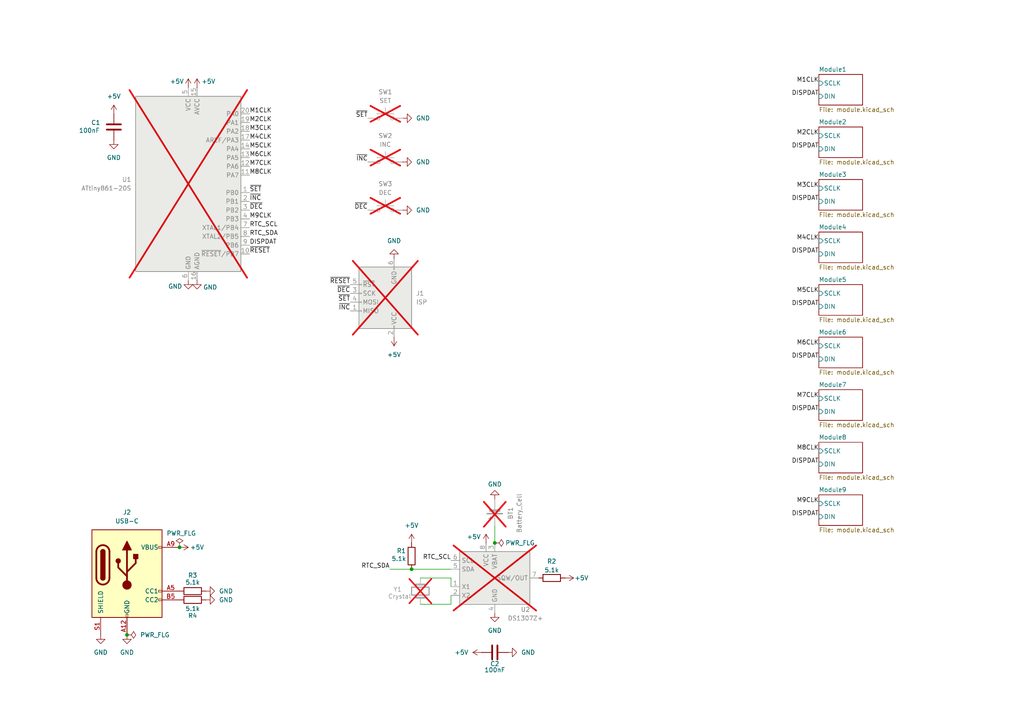
<source format=kicad_sch>
(kicad_sch (version 20250114) (generator "eeschema") (generator_version "9.0")
  (paper "A4")
  (lib_symbols
    (symbol "Connector:AVR-ISP-6" (pin_names (offset 1.016))
      (property "Reference" "J" (at -6.35 11.43 0))
      (property "Value" "AVR-ISP-6" (at 0 11.43 0))
      (symbol "AVR-ISP-6_0_1"
        (rectangle (start -2.667 10.16) (end -2.413 9.398))
        (rectangle (start -2.667 -6.858) (end -2.413 -7.62))
        (rectangle (start 7.62 10.16) (end -7.62 -7.62) (stroke (width 0.254)) (fill (type background)))
        (rectangle (start 7.62 5.207) (end 6.858 4.953))
        (rectangle (start 7.62 2.667) (end 6.858 2.413))
        (rectangle (start 7.62 0.127) (end 6.858 -0.127))
        (rectangle (start 7.62 -2.413) (end 6.858 -2.667))
      )
      (symbol "AVR-ISP-6_1_1"
        (pin passive line (at -2.54 12.7 270) (length 2.54) (name "VCC") (number "2"))
        (pin passive line (at -2.54 -10.16 90) (length 2.54) (name "GND") (number "6"))
        (pin passive line (at 10.16 5.08 180) (length 2.54) (name "MISO") (number "1"))
        (pin passive line (at 10.16 2.54 180) (length 2.54) (name "MOSI") (number "4"))
        (pin passive line (at 10.16 0 180) (length 2.54) (name "SCK") (number "3"))
        (pin passive line (at 10.16 -2.54 180) (length 2.54) (name "~{RST}") (number "5"))
      )
    )
    (symbol "Connector:USB_C_Receptacle_PowerOnly_6P" (pin_names (offset 1.016))
      (property "Reference" "J" (at 0 16.51 0))
      (property "Value" "USB_C_Receptacle_PowerOnly_6P" (at 0 13.97 0))
      (symbol "USB_C_Receptacle_PowerOnly_6P_0_0"
        (rectangle (start -0.254 -12.7) (end 0.254 -11.684))
        (rectangle (start 10.16 7.874) (end 9.144 7.366))
        (rectangle (start 10.16 -4.826) (end 9.144 -5.334))
        (rectangle (start 10.16 -7.366) (end 9.144 -7.874))
      )
      (symbol "USB_C_Receptacle_PowerOnly_6P_0_1"
        (rectangle (start -10.16 12.7) (end 10.16 -12.7) (stroke (width 0.254)) (fill (type background)))
        (polyline (pts (xy -8.89 -1.27) (xy -8.89 6.35)) (stroke (width 0.508)))
        (rectangle (start -7.62 -1.27) (end -6.35 6.35) (stroke (width 0.254)) (fill (type outline)))
        (arc (start -7.62 6.35) (mid -6.985 6.9823) (end -6.35 6.35) (stroke (width 0.254)))
        (arc (start -7.62 6.35) (mid -6.985 6.9823) (end -6.35 6.35) (stroke (width 0.254)) (fill (type outline)))
        (arc (start -8.89 6.35) (mid -6.985 8.2467) (end -5.08 6.35) (stroke (width 0.508)))
        (arc (start -5.08 -1.27) (mid -6.985 -3.1667) (end -8.89 -1.27) (stroke (width 0.508)))
        (arc (start -6.35 -1.27) (mid -6.985 -1.9023) (end -7.62 -1.27) (stroke (width 0.254)))
        (arc (start -6.35 -1.27) (mid -6.985 -1.9023) (end -7.62 -1.27) (stroke (width 0.254)) (fill (type outline)))
        (polyline (pts (xy -5.08 6.35) (xy -5.08 -1.27)) (stroke (width 0.508)))
        (circle (center -2.54 3.683) (radius 0.635) (stroke (width 0.254)) (fill (type outline)))
        (polyline (pts (xy -1.27 6.858) (xy 0 9.398) (xy 1.27 6.858) (xy -1.27 6.858)) (stroke (width 0.254)) (fill (type outline)))
        (polyline (pts (xy 0 0.508) (xy 2.54 3.048) (xy 2.54 4.318)) (stroke (width 0.508)))
        (polyline (pts (xy 0 -0.762) (xy -2.54 1.778) (xy -2.54 3.048)) (stroke (width 0.508)))
        (polyline (pts (xy 0 -3.302) (xy 0 6.858)) (stroke (width 0.508)))
        (circle (center 0 -3.302) (radius 1.27) (fill (type outline)))
        (rectangle (start 1.905 4.318) (end 3.175 5.588) (stroke (width 0.254)) (fill (type outline)))
      )
      (symbol "USB_C_Receptacle_PowerOnly_6P_1_1"
        (pin passive line (at -7.62 -17.78 90) (length 5.08) (name "SHIELD") (number "S1"))
        (pin passive line (at 0 -17.78 90) (length 5.08) (name "GND") (number "A12"))
        (pin passive line (at 0 -17.78 90) (length 5.08) (hide yes) (name "GND") (number "B12"))
        (pin passive line (at 15.24 7.62 180) (length 5.08) (name "VBUS") (number "A9"))
        (pin passive line (at 15.24 7.62 180) (length 5.08) (hide yes) (name "VBUS") (number "B9"))
        (pin bidirectional line (at 15.24 -5.08 180) (length 5.08) (name "CC1") (number "A5"))
        (pin bidirectional line (at 15.24 -7.62 180) (length 5.08) (name "CC2") (number "B5"))
      )
    )
    (symbol "Device:Battery_Cell" (pin_numbers (hide yes)) (pin_names (offset 0) (hide yes))
      (property "Reference" "BT" (at 2.54 2.54 0))
      (property "Value" "Battery_Cell" (at 2.54 0 0))
      (symbol "Battery_Cell_0_1"
        (rectangle (start -2.286 1.778) (end 2.286 1.524) (fill (type outline)))
        (rectangle (start -1.524 1.016) (end 1.524 0.508) (fill (type outline)))
        (polyline (pts (xy 0 1.778) (xy 0 2.54)))
        (polyline (pts (xy 0 0.762) (xy 0 0)))
        (polyline (pts (xy 0.762 3.048) (xy 1.778 3.048)) (stroke (width 0.254)))
        (polyline (pts (xy 1.27 3.556) (xy 1.27 2.54)) (stroke (width 0.254)))
      )
      (symbol "Battery_Cell_1_1"
        (pin passive line (at 0 5.08 270) (length 2.54) (name "+") (number "1"))
        (pin passive line (at 0 -2.54 90) (length 2.54) (name "-") (number "2"))
      )
    )
    (symbol "Device:C" (pin_numbers (hide yes)) (pin_names (offset 0.254))
      (property "Reference" "C" (at 0.635 2.54 0))
      (property "Value" "C" (at 0.635 -2.54 0))
      (symbol "C_0_1"
        (polyline (pts (xy -2.032 0.762) (xy 2.032 0.762)) (stroke (width 0.508)))
        (polyline (pts (xy -2.032 -0.762) (xy 2.032 -0.762)) (stroke (width 0.508)))
      )
      (symbol "C_1_1"
        (pin passive line (at 0 3.81 270) (length 2.794) (name "~") (number "1"))
        (pin passive line (at 0 -3.81 90) (length 2.794) (name "~") (number "2"))
      )
    )
    (symbol "Device:Crystal" (pin_numbers (hide yes)) (pin_names (offset 1.016) (hide yes))
      (property "Reference" "Y" (at 0 3.81 0))
      (property "Value" "Crystal" (at 0 -3.81 0))
      (symbol "Crystal_0_1"
        (polyline (pts (xy -2.54 0) (xy -1.905 0)))
        (polyline (pts (xy -1.905 -1.27) (xy -1.905 1.27)) (stroke (width 0.508)))
        (rectangle (start -1.143 2.54) (end 1.143 -2.54) (stroke (width 0.3048)))
        (polyline (pts (xy 1.905 -1.27) (xy 1.905 1.27)) (stroke (width 0.508)))
        (polyline (pts (xy 2.54 0) (xy 1.905 0)))
      )
      (symbol "Crystal_1_1"
        (pin passive line (at -3.81 0 0) (length 1.27) (name "1") (number "1"))
        (pin passive line (at 3.81 0 180) (length 1.27) (name "2") (number "2"))
      )
    )
    (symbol "Device:R" (pin_numbers (hide yes)) (pin_names (offset 0))
      (property "Reference" "R" (at 2.032 0 90))
      (property "Value" "R" (at 0 0 90))
      (symbol "R_0_1"
        (rectangle (start -1.016 -2.54) (end 1.016 2.54) (stroke (width 0.254)))
      )
      (symbol "R_1_1"
        (pin passive line (at 0 3.81 270) (length 1.27) (name "~") (number "1"))
        (pin passive line (at 0 -3.81 90) (length 1.27) (name "~") (number "2"))
      )
    )
    (symbol "MCU_Microchip_ATtiny:ATtiny861-20S"
      (property "Reference" "U" (at -15.24 26.67 0))
      (property "Value" "ATtiny861-20S" (at 5.08 -26.67 0))
      (symbol "ATtiny861-20S_0_1"
        (rectangle (start -15.24 -25.4) (end 15.24 25.4) (stroke (width 0.254)) (fill (type background)))
      )
      (symbol "ATtiny861-20S_1_1"
        (pin power_in line (at 0 27.94 270) (length 2.54) (name "VCC") (number "5"))
        (pin power_in line (at 0 -27.94 90) (length 2.54) (name "GND") (number "6"))
        (pin power_in line (at 2.54 27.94 270) (length 2.54) (name "AVCC") (number "15"))
        (pin power_in line (at 2.54 -27.94 90) (length 2.54) (name "AGND") (number "16"))
        (pin bidirectional line (at 17.78 20.32 180) (length 2.54) (name "PA0") (number "20"))
        (pin bidirectional line (at 17.78 17.78 180) (length 2.54) (name "PA1") (number "19"))
        (pin bidirectional line (at 17.78 15.24 180) (length 2.54) (name "PA2") (number "18"))
        (pin bidirectional line (at 17.78 12.7 180) (length 2.54) (name "AREF/PA3") (number "17"))
        (pin bidirectional line (at 17.78 10.16 180) (length 2.54) (name "PA4") (number "14"))
        (pin bidirectional line (at 17.78 7.62 180) (length 2.54) (name "PA5") (number "13"))
        (pin bidirectional line (at 17.78 5.08 180) (length 2.54) (name "PA6") (number "12"))
        (pin bidirectional line (at 17.78 2.54 180) (length 2.54) (name "PA7") (number "11"))
        (pin bidirectional line (at 17.78 -2.54 180) (length 2.54) (name "PB0") (number "1"))
        (pin bidirectional line (at 17.78 -5.08 180) (length 2.54) (name "PB1") (number "2"))
        (pin bidirectional line (at 17.78 -7.62 180) (length 2.54) (name "PB2") (number "3"))
        (pin bidirectional line (at 17.78 -10.16 180) (length 2.54) (name "PB3") (number "4"))
        (pin bidirectional line (at 17.78 -12.7 180) (length 2.54) (name "XTAL1/PB4") (number "7"))
        (pin bidirectional line (at 17.78 -15.24 180) (length 2.54) (name "XTAL2/PB5") (number "8"))
        (pin bidirectional line (at 17.78 -17.78 180) (length 2.54) (name "PB6") (number "9"))
        (pin bidirectional line (at 17.78 -20.32 180) (length 2.54) (name "~{RESET}/PB7") (number "10"))
      )
    )
    (symbol "Switch:SW_Push" (pin_numbers (hide yes)) (pin_names (offset 1.016) (hide yes))
      (property "Reference" "SW" (at 1.27 2.54 0))
      (property "Value" "SW_Push" (at 0 -1.524 0))
      (symbol "SW_Push_0_1"
        (circle (center -2.032 0) (radius 0.508))
        (polyline (pts (xy 0 1.27) (xy 0 3.048)))
        (circle (center 2.032 0) (radius 0.508))
        (polyline (pts (xy 2.54 1.27) (xy -2.54 1.27)))
        (pin passive line (at -5.08 0 0) (length 2.54) (name "1") (number "1"))
        (pin passive line (at 5.08 0 180) (length 2.54) (name "2") (number "2"))
      )
    )
    (symbol "Timer_RTC:DS1307Z+"
      (property "Reference" "U" (at -8.89 8.89 0))
      (property "Value" "DS1307Z+" (at 1.27 8.89 0))
      (symbol "DS1307Z+_0_1"
        (rectangle (start -10.16 7.62) (end 10.16 -7.62) (stroke (width 0.254)) (fill (type background)))
      )
      (symbol "DS1307Z+_1_1"
        (pin input line (at -12.7 5.08 0) (length 2.54) (name "SCL") (number "6"))
        (pin bidirectional line (at -12.7 2.54 0) (length 2.54) (name "SDA") (number "5"))
        (pin input line (at -12.7 -2.54 0) (length 2.54) (name "X1") (number "1"))
        (pin input line (at -12.7 -5.08 0) (length 2.54) (name "X2") (number "2"))
        (pin power_in line (at -2.54 10.16 270) (length 2.54) (name "VCC") (number "8"))
        (pin power_in line (at 0 10.16 270) (length 2.54) (name "VBAT") (number "3"))
        (pin power_in line (at 0 -10.16 90) (length 2.54) (name "GND") (number "4"))
        (pin open_collector line (at 12.7 0 180) (length 2.54) (name "SQW/OUT") (number "7"))
      )
    )
    (symbol "power:+5V" (power) (pin_numbers (hide yes)) (pin_names (offset 0) (hide yes))
      (property "Value" "+5V" (at 0 3.556 0))
      (symbol "+5V_0_1"
        (polyline (pts (xy -0.762 1.27) (xy 0 2.54)))
        (polyline (pts (xy 0 2.54) (xy 0.762 1.27)))
        (polyline (pts (xy 0 0) (xy 0 2.54)))
      )
      (symbol "+5V_1_1"
        (pin power_in line (at 0 0 90) (length 0) (name "~") (number "1"))
      )
    )
    (symbol "power:GND" (power) (pin_numbers (hide yes)) (pin_names (offset 0) (hide yes))
      (property "Value" "GND" (at 0 -3.81 0))
      (symbol "GND_0_1"
        (polyline (pts (xy 0 0) (xy 0 -1.27) (xy 1.27 -1.27) (xy 0 -2.54) (xy -1.27 -1.27) (xy 0 -1.27)))
      )
      (symbol "GND_1_1"
        (pin power_in line (at 0 0 270) (length 0) (name "~") (number "1"))
      )
    )
    (symbol "power:PWR_FLAG" (power) (pin_numbers (hide yes)) (pin_names (offset 0) (hide yes))
      (property "Value" "PWR_FLAG" (at 0 3.81 0))
      (symbol "PWR_FLAG_0_0"
        (pin power_out line (at 0 0 90) (length 0) (name "~") (number "1"))
      )
      (symbol "PWR_FLAG_0_1"
        (polyline (pts (xy 0 0) (xy 0 1.27) (xy -1.016 1.905) (xy 0 2.54) (xy 1.016 1.905) (xy 0 1.27)))
      )
    )
  )
  (junction (at 52.07 158.75))
  (junction (at 36.83 184.15))
  (junction (at 143.51 157.48))
  (junction (at 119.38 165.1))
  (wire (pts (xy 143.51 152.4) (xy 143.51 157.48)))
  (wire (pts (xy 130.81 167.64) (xy 130.81 170.18)))
  (wire (pts (xy 119.38 165.1) (xy 130.81 165.1)))
  (wire (pts (xy 113.03 165.1) (xy 119.38 165.1)))
  (wire (pts (xy 121.92 167.64) (xy 130.81 167.64)))
  (wire (pts (xy 130.81 172.72) (xy 130.81 175.26)))
  (wire (pts (xy 130.81 175.26) (xy 121.92 175.26)))
  (label "DISPDAT" (at 237.49 119.38 180))
  (label "M1CLK" (at 72.39 33.02 0))
  (label "M3CLK" (at 72.39 38.1 0))
  (label "~{INC}" (at 72.39 58.42 0))
  (label "~{SET}" (at 101.6 87.63 180))
  (label "~{INC}" (at 106.68 46.99 180))
  (label "~{RESET}" (at 72.39 73.66 0))
  (label "RTC_SDA" (at 113.03 165.1 180))
  (label "DISPDAT" (at 237.49 134.62 180))
  (label "M9CLK" (at 237.49 146.05 180))
  (label "~{DEC}" (at 72.39 60.96 0))
  (label "M4CLK" (at 237.49 69.85 180))
  (label "M4CLK" (at 72.39 40.64 0))
  (label "M6CLK" (at 237.49 100.33 180))
  (label "M3CLK" (at 237.49 54.61 180))
  (label "M7CLK" (at 72.39 48.26 0))
  (label "M2CLK" (at 237.49 39.37 180))
  (label "M8CLK" (at 72.39 50.8 0))
  (label "~{SET}" (at 72.39 55.88 0))
  (label "DISPDAT" (at 237.49 27.94 180))
  (label "M6CLK" (at 72.39 45.72 0))
  (label "~{RESET}" (at 101.6 82.55 180))
  (label "~{INC}" (at 101.6 90.17 180))
  (label "M9CLK" (at 72.39 63.5 0))
  (label "M7CLK" (at 237.49 115.57 180))
  (label "DISPDAT" (at 72.39 71.12 0))
  (label "M2CLK" (at 72.39 35.56 0))
  (label "M1CLK" (at 237.49 24.13 180))
  (label "~{DEC}" (at 106.68 60.96 180))
  (label "M8CLK" (at 237.49 130.81 180))
  (label "DISPDAT" (at 237.49 104.14 180))
  (label "~{SET}" (at 106.68 34.29 180))
  (label "DISPDAT" (at 237.49 73.66 180))
  (label "M5CLK" (at 72.39 43.18 0))
  (label "RTC_SCL" (at 72.39 66.04 0))
  (label "RTC_SDA" (at 72.39 68.58 0))
  (label "DISPDAT" (at 237.49 43.18 180))
  (label "DISPDAT" (at 237.49 58.42 180))
  (label "DISPDAT" (at 237.49 88.9 180))
  (label "~{DEC}" (at 101.6 85.09 180))
  (label "M5CLK" (at 237.49 85.09 180))
  (label "RTC_SCL" (at 130.81 162.56 180))
  (label "DISPDAT" (at 237.49 149.86 180))
  (symbol (lib_id "power:GND") (at 54.61 81.28 0) (unit 1)
    (property "Reference" "#PWR09" (effects (hide yes)))
    (property "Value" "GND" (at 50.8 83.058 0))
    (property "Description" "Power symbol creates a global label with name \"GND\" , ground" (effects (hide yes)))
  )
  (symbol (lib_id "power:GND") (at 116.84 46.99 90) (unit 1)
    (property "Reference" "#PWR06" (effects (hide yes)))
    (property "Value" "GND" (at 120.65 46.9899 90) (effects (justify right)))
    (property "Description" "Power symbol creates a global label with name \"GND\" , ground" (effects (hide yes)))
  )
  (symbol (lib_id "power:GND") (at 116.84 60.96 90) (unit 1)
    (property "Reference" "#PWR07" (effects (hide yes)))
    (property "Value" "GND" (at 120.65 60.9599 90) (effects (justify right)))
    (property "Description" "Power symbol creates a global label with name \"GND\" , ground" (effects (hide yes)))
  )
  (symbol (lib_id "power:GND") (at 116.84 34.29 90) (unit 1)
    (property "Reference" "#PWR04" (effects (hide yes)))
    (property "Value" "GND" (at 120.65 34.2899 90) (effects (justify right)))
    (property "Description" "Power symbol creates a global label with name \"GND\" , ground" (effects (hide yes)))
  )
  (symbol (lib_id "power:GND") (at 59.69 173.99 90) (unit 1)
    (property "Reference" "#PWR018" (effects (hide yes)))
    (property "Value" "GND" (at 63.5 173.9899 90) (effects (justify right)))
    (property "Description" "Power symbol creates a global label with name \"GND\" , ground" (effects (hide yes)))
  )
  (symbol (lib_id "power:+5V") (at 54.61 25.4 0) (unit 1)
    (property "Reference" "#PWR01" (effects (hide yes)))
    (property "Value" "+5V" (at 51.308 23.622 0))
    (property "Description" "Power symbol creates a global label with name \"+5V\"" (effects (hide yes)))
  )
  (symbol (lib_id "MCU_Microchip_ATtiny:ATtiny861-20S") (at 54.61 53.34 0) (unit 1) (in_bom no) (dnp yes)
    (property "Reference" "U1" (at 38.1 52.0699 0) (effects (justify right)))
    (property "Value" "ATtiny861-20S" (at 38.1 54.6099 0) (effects (justify right)))
    (property "Footprint" "Package_SO:SOIC-20W_7.5x12.8mm_P1.27mm" (effects (hide yes)))
    (property "Datasheet" "http://ww1.microchip.com/downloads/en/DeviceDoc/atmel-2588-8-bit-avr-microcontrollers-tinyavr-attiny261-attiny461-attiny861_datasheet.pdf" (effects (hide yes)))
    (property "Description" "20MHz, 8kB Flash, 512B SRAM, 512B EEPROM, SOIC-20" (effects (hide yes)))
  )
  (symbol (lib_id "power:+5V") (at 163.83 167.64 270) (unit 1)
    (property "Reference" "#PWR016" (effects (hide yes)))
    (property "Value" "+5V" (at 168.656 167.64 90))
    (property "Description" "Power symbol creates a global label with name \"+5V\"" (effects (hide yes)))
  )
  (symbol (lib_id "power:+5V") (at 114.3 97.79 180) (unit 1)
    (property "Reference" "#PWR011" (effects (hide yes)))
    (property "Value" "+5V" (at 114.3 102.87 0))
    (property "Description" "Power symbol creates a global label with name \"+5V\"" (effects (hide yes)))
  )
  (symbol (lib_id "Device:R") (at 55.88 173.99 270) (unit 1)
    (property "Reference" "R4" (at 55.88 178.562 90))
    (property "Value" "5.1k" (at 55.88 176.53 90))
    (property "Footprint" "Resistor_SMD:R_0402_1005Metric" (effects (hide yes)))
    (property "Description" "Resistor" (effects (hide yes)))
  )
  (symbol (lib_id "power:+5V") (at 119.38 157.48 0) (unit 1)
    (property "Reference" "#PWR013" (effects (hide yes)))
    (property "Value" "+5V" (at 119.38 152.4 0))
    (property "Description" "Power symbol creates a global label with name \"+5V\"" (effects (hide yes)))
  )
  (symbol (lib_id "power:GND") (at 33.02 40.64 0) (unit 1)
    (property "Reference" "#PWR05" (effects (hide yes)))
    (property "Value" "GND" (at 33.02 45.72 0))
    (property "Description" "Power symbol creates a global label with name \"GND\" , ground" (effects (hide yes)))
  )
  (symbol (lib_id "Device:Battery_Cell") (at 143.51 147.32 180) (unit 1) (in_bom no) (dnp yes)
    (property "Reference" "BT1" (at 148.082 148.844 90))
    (property "Value" "Battery_Cell" (at 150.622 148.844 90))
    (property "Footprint" "Connector_PinHeader_2.54mm:PinHeader_1x02_P2.54mm_Vertical" (effects (hide yes)))
    (property "Description" "Single-cell battery" (effects (hide yes)))
  )
  (symbol (lib_id "power:GND") (at 143.51 177.8 0) (unit 1)
    (property "Reference" "#PWR019" (effects (hide yes)))
    (property "Value" "GND" (at 143.51 182.88 0))
    (property "Description" "Power symbol creates a global label with name \"GND\" , ground" (effects (hide yes)))
  )
  (symbol (lib_id "power:GND") (at 57.15 81.28 0) (unit 1)
    (property "Reference" "#PWR010" (effects (hide yes)))
    (property "Value" "GND" (at 60.96 83.312 0))
    (property "Description" "Power symbol creates a global label with name \"GND\" , ground" (effects (hide yes)))
  )
  (symbol (lib_id "Device:R") (at 160.02 167.64 270) (unit 1)
    (property "Reference" "R2" (at 160.02 162.814 90))
    (property "Value" "5.1k" (at 160.02 165.354 90))
    (property "Footprint" "Resistor_SMD:R_0402_1005Metric" (effects (hide yes)))
    (property "Description" "Resistor" (effects (hide yes)))
  )
  (symbol (lib_id "power:+5V") (at 33.02 33.02 0) (unit 1)
    (property "Reference" "#PWR03" (effects (hide yes)))
    (property "Value" "+5V" (at 33.02 27.94 0))
    (property "Description" "Power symbol creates a global label with name \"+5V\"" (effects (hide yes)))
  )
  (symbol (lib_id "Device:R") (at 55.88 171.45 90) (unit 1)
    (property "Reference" "R3" (at 55.88 166.878 90))
    (property "Value" "5.1k" (at 55.88 168.91 90))
    (property "Footprint" "Resistor_SMD:R_0402_1005Metric" (effects (hide yes)))
    (property "Description" "Resistor" (effects (hide yes)))
  )
  (symbol (lib_id "Switch:SW_Push") (at 111.76 46.99 0) (unit 1) (in_bom no) (dnp yes)
    (property "Reference" "SW2" (at 111.76 39.37 0))
    (property "Value" "INC" (at 111.76 41.91 0))
    (property "Footprint" "ssdd:ebay_smd_button" (effects (hide yes)))
    (property "Description" "Push button switch, generic, two pins" (effects (hide yes)))
  )
  (symbol (lib_id "power:+5V") (at 57.15 25.4 0) (unit 1)
    (property "Reference" "#PWR02" (effects (hide yes)))
    (property "Value" "+5V" (at 60.452 23.622 0))
    (property "Description" "Power symbol creates a global label with name \"+5V\"" (effects (hide yes)))
  )
  (symbol (lib_id "power:+5V") (at 52.07 158.75 270) (unit 1)
    (property "Reference" "#PWR015" (effects (hide yes)))
    (property "Value" "+5V" (at 55.118 158.75 90) (effects (justify left)))
    (property "Description" "Power symbol creates a global label with name \"+5V\"" (effects (hide yes)))
  )
  (symbol (lib_id "power:+5V") (at 140.97 157.48 0) (unit 1)
    (property "Reference" "#PWR014" (effects (hide yes)))
    (property "Value" "+5V" (at 137.414 155.702 0))
    (property "Description" "Power symbol creates a global label with name \"+5V\"" (effects (hide yes)))
  )
  (symbol (lib_id "Device:C") (at 33.02 36.83 0) (unit 1)
    (property "Reference" "C1" (at 26.416 35.56 0) (effects (justify left)))
    (property "Value" "100nF" (at 22.86 37.846 0) (effects (justify left)))
    (property "Footprint" "Capacitor_SMD:C_0402_1005Metric" (effects (hide yes)))
    (property "Description" "Unpolarized capacitor" (effects (hide yes)))
  )
  (symbol (lib_id "Connector:USB_C_Receptacle_PowerOnly_6P") (at 36.83 166.37 0) (unit 1)
    (property "Reference" "J2" (at 36.83 148.59 0))
    (property "Value" "USB-C" (at 36.83 151.13 0))
    (property "Footprint" "ssdd:C29780875" (effects (hide yes)))
    (property "Datasheet" "https://www.usb.org/sites/default/files/documents/usb_type-c.zip" (effects (hide yes)))
    (property "Description" "USB Power-Only 6P Type-C Receptacle connector" (effects (hide yes)))
    (property "LCSC" "C29780875" (effects (hide yes)))
  )
  (symbol (lib_id "Device:C") (at 143.51 189.23 90) (unit 1)
    (property "Reference" "C2" (at 143.51 192.532 90))
    (property "Value" "100nF" (at 143.51 194.31 90))
    (property "Footprint" "Capacitor_SMD:C_0402_1005Metric" (effects (hide yes)))
    (property "Description" "Unpolarized capacitor" (effects (hide yes)))
  )
  (symbol (lib_id "Device:R") (at 119.38 161.29 0) (unit 1)
    (property "Reference" "R1" (at 115.062 159.766 0) (effects (justify left)))
    (property "Value" "5.1k" (at 113.538 162.052 0) (effects (justify left)))
    (property "Footprint" "Resistor_SMD:R_0402_1005Metric" (effects (hide yes)))
    (property "Description" "Resistor" (effects (hide yes)))
  )
  (symbol (lib_id "Connector:AVR-ISP-6") (at 111.76 85.09 180) (unit 1) (in_bom no) (dnp yes)
    (property "Reference" "J1" (at 120.65 85.0899 0) (effects (justify right)))
    (property "Value" "ISP" (at 120.65 87.6299 0) (effects (justify right)))
    (property "Footprint" "Connector_PinHeader_2.54mm:PinHeader_2x03_P2.54mm_Vertical" (effects (hide yes)))
    (property "Description" "Atmel 6-pin ISP connector" (effects (hide yes)))
  )
  (symbol (lib_id "power:PWR_FLAG") (at 52.07 158.75 0) (unit 1)
    (property "Reference" "#FLG02" (effects (hide yes)))
    (property "Value" "PWR_FLG" (at 52.578 154.686 0))
    (property "Description" "Special symbol for telling ERC where power comes from" (effects (hide yes)))
  )
  (symbol (lib_id "power:PWR_FLAG") (at 36.83 184.15 270) (unit 1)
    (property "Reference" "#FLG03" (effects (hide yes)))
    (property "Value" "PWR_FLG" (at 40.64 184.1499 90) (effects (justify left)))
    (property "Description" "Special symbol for telling ERC where power comes from" (effects (hide yes)))
  )
  (symbol (lib_id "power:GND") (at 147.32 189.23 90) (unit 1)
    (property "Reference" "#PWR023" (effects (hide yes)))
    (property "Value" "GND" (at 151.13 189.2299 90) (effects (justify right)))
    (property "Description" "Power symbol creates a global label with name \"GND\" , ground" (effects (hide yes)))
  )
  (symbol (lib_id "power:PWR_FLAG") (at 143.51 157.48 270) (unit 1)
    (property "Reference" "#FLG01" (effects (hide yes)))
    (property "Value" "PWR_FLG" (at 146.558 157.48 90) (effects (justify left)))
    (property "Description" "Special symbol for telling ERC where power comes from" (effects (hide yes)))
  )
  (symbol (lib_id "power:GND") (at 114.3 74.93 180) (unit 1)
    (property "Reference" "#PWR08" (effects (hide yes)))
    (property "Value" "GND" (at 114.3 69.85 0))
    (property "Description" "Power symbol creates a global label with name \"GND\" , ground" (effects (hide yes)))
  )
  (symbol (lib_id "Switch:SW_Push") (at 111.76 60.96 0) (unit 1) (in_bom no) (dnp yes)
    (property "Reference" "SW3" (at 111.76 53.34 0))
    (property "Value" "DEC" (at 111.76 55.88 0))
    (property "Footprint" "ssdd:ebay_smd_button" (effects (hide yes)))
    (property "Description" "Push button switch, generic, two pins" (effects (hide yes)))
  )
  (symbol (lib_id "power:GND") (at 36.83 184.15 0) (unit 1)
    (property "Reference" "#PWR021" (effects (hide yes)))
    (property "Value" "GND" (at 36.83 189.23 0))
    (property "Description" "Power symbol creates a global label with name \"GND\" , ground" (effects (hide yes)))
  )
  (symbol (lib_id "Device:Crystal") (at 121.92 171.45 270) (unit 1) (in_bom no) (dnp yes)
    (property "Reference" "Y1" (at 114.046 170.942 90) (effects (justify left)))
    (property "Value" "Crystal" (at 112.522 172.974 90) (effects (justify left)))
    (property "Footprint" "Crystal:Crystal_Round_D2.0mm_Vertical" (effects (hide yes)))
    (property "Description" "Two pin crystal" (effects (hide yes)))
  )
  (symbol (lib_id "power:GND") (at 143.51 144.78 180) (unit 1)
    (property "Reference" "#PWR012" (effects (hide yes)))
    (property "Value" "GND" (at 141.478 140.462 0) (effects (justify right)))
    (property "Description" "Power symbol creates a global label with name \"GND\" , ground" (effects (hide yes)))
  )
  (symbol (lib_id "power:GND") (at 29.21 184.15 0) (unit 1)
    (property "Reference" "#PWR020" (effects (hide yes)))
    (property "Value" "GND" (at 29.21 189.23 0))
    (property "Description" "Power symbol creates a global label with name \"GND\" , ground" (effects (hide yes)))
  )
  (symbol (lib_id "power:GND") (at 59.69 171.45 90) (unit 1)
    (property "Reference" "#PWR017" (effects (hide yes)))
    (property "Value" "GND" (at 63.5 171.4499 90) (effects (justify right)))
    (property "Description" "Power symbol creates a global label with name \"GND\" , ground" (effects (hide yes)))
  )
  (symbol (lib_id "power:+5V") (at 139.7 189.23 90) (unit 1)
    (property "Reference" "#PWR022" (effects (hide yes)))
    (property "Value" "+5V" (at 135.89 189.2299 90) (effects (justify left)))
    (property "Description" "Power symbol creates a global label with name \"+5V\"" (effects (hide yes)))
  )
  (symbol (lib_id "Switch:SW_Push") (at 111.76 34.29 0) (unit 1) (in_bom no) (dnp yes)
    (property "Reference" "SW1" (at 111.76 26.67 0))
    (property "Value" "SET" (at 111.76 29.21 0))
    (property "Footprint" "ssdd:ebay_smd_button" (effects (hide yes)))
    (property "Description" "Push button switch, generic, two pins" (effects (hide yes)))
  )
  (symbol (lib_id "Timer_RTC:DS1307Z+") (at 143.51 167.64 0) (unit 1) (in_bom no) (dnp yes)
    (property "Reference" "U2" (at 152.4 176.784 0))
    (property "Value" "DS1307Z+" (at 152.4 179.324 0))
    (property "Footprint" "Package_SO:SOIC-8_3.9x4.9mm_P1.27mm" (effects (hide yes)))
    (property "Datasheet" "https://datasheets.maximintegrated.com/en/ds/DS1307.pdf" (effects (hide yes)))
    (property "Description" "64 x 8, Serial, I2C Real-time clock, 4.5V to 5.5V VCC, 0°C to +70°C, SOIC-8" (effects (hide yes)))
  )
  (sheet (at 237.49 52.07) (size 12.7 8.89) (stroke (width 0.1524))
    (property "Sheetname" "Module3" (at 237.49 51.3584 0) (effects (justify left bottom)))
    (property "Sheetfile" "module.kicad_sch" (at 237.49 61.5446 0) (effects (justify left top)))
    (pin "SCLK" input (at 237.49 54.61 180))
    (pin "DIN" input (at 237.49 58.42 180))
  )
  (sheet (at 237.49 97.79) (size 12.7 8.89) (stroke (width 0.1524))
    (property "Sheetname" "Module6" (at 237.49 97.0784 0) (effects (justify left bottom)))
    (property "Sheetfile" "module.kicad_sch" (at 237.49 107.2646 0) (effects (justify left top)))
    (pin "SCLK" input (at 237.49 100.33 180))
    (pin "DIN" input (at 237.49 104.14 180))
  )
  (sheet (at 237.49 82.55) (size 12.7 8.89) (stroke (width 0.1524))
    (property "Sheetname" "Module5" (at 237.49 81.8384 0) (effects (justify left bottom)))
    (property "Sheetfile" "module.kicad_sch" (at 237.49 92.0246 0) (effects (justify left top)))
    (pin "SCLK" input (at 237.49 85.09 180))
    (pin "DIN" input (at 237.49 88.9 180))
  )
  (sheet (at 237.49 143.51) (size 12.7 8.89) (stroke (width 0.1524))
    (property "Sheetname" "Module9" (at 237.49 142.7984 0) (effects (justify left bottom)))
    (property "Sheetfile" "module.kicad_sch" (at 237.49 152.9846 0) (effects (justify left top)))
    (pin "SCLK" input (at 237.49 146.05 180))
    (pin "DIN" input (at 237.49 149.86 180))
  )
  (sheet (at 237.49 36.83) (size 12.7 8.89) (stroke (width 0.1524))
    (property "Sheetname" "Module2" (at 237.49 36.1184 0) (effects (justify left bottom)))
    (property "Sheetfile" "module.kicad_sch" (at 237.49 46.3046 0) (effects (justify left top)))
    (pin "SCLK" input (at 237.49 39.37 180))
    (pin "DIN" input (at 237.49 43.18 180))
  )
  (sheet (at 237.49 67.31) (size 12.7 8.89) (stroke (width 0.1524))
    (property "Sheetname" "Module4" (at 237.49 66.5984 0) (effects (justify left bottom)))
    (property "Sheetfile" "module.kicad_sch" (at 237.49 76.7846 0) (effects (justify left top)))
    (pin "SCLK" input (at 237.49 69.85 180))
    (pin "DIN" input (at 237.49 73.66 180))
  )
  (sheet (at 237.49 21.59) (size 12.7 8.89) (stroke (width 0.1524))
    (property "Sheetname" "Module1" (at 237.49 20.8784 0) (effects (justify left bottom)))
    (property "Sheetfile" "module.kicad_sch" (at 237.49 31.0646 0) (effects (justify left top)))
    (pin "SCLK" input (at 237.49 24.13 180))
    (pin "DIN" input (at 237.49 27.94 180))
  )
  (sheet (at 237.49 128.27) (size 12.7 8.89) (stroke (width 0.1524))
    (property "Sheetname" "Module8" (at 237.49 127.5584 0) (effects (justify left bottom)))
    (property "Sheetfile" "module.kicad_sch" (at 237.49 137.7446 0) (effects (justify left top)))
    (pin "SCLK" input (at 237.49 130.81 180))
    (pin "DIN" input (at 237.49 134.62 180))
  )
  (sheet (at 237.49 113.03) (size 12.7 8.89) (stroke (width 0.1524))
    (property "Sheetname" "Module7" (at 237.49 112.3184 0) (effects (justify left bottom)))
    (property "Sheetfile" "module.kicad_sch" (at 237.49 122.5046 0) (effects (justify left top)))
    (pin "SCLK" input (at 237.49 115.57 180))
    (pin "DIN" input (at 237.49 119.38 180))
  )
)
</source>
